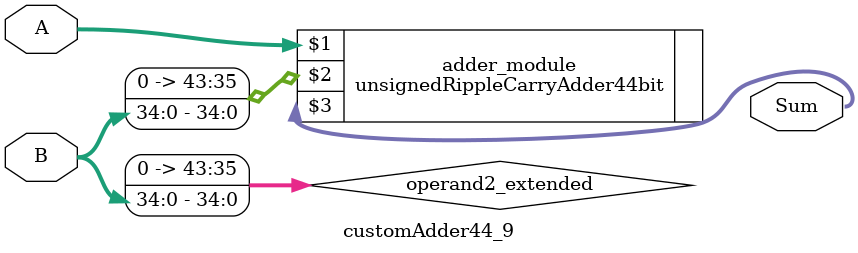
<source format=v>
module customAdder44_9(
                        input [43 : 0] A,
                        input [34 : 0] B,
                        
                        output [44 : 0] Sum
                );

        wire [43 : 0] operand2_extended;
        
        assign operand2_extended =  {9'b0, B};
        
        unsignedRippleCarryAdder44bit adder_module(
            A,
            operand2_extended,
            Sum
        );
        
        endmodule
        
</source>
